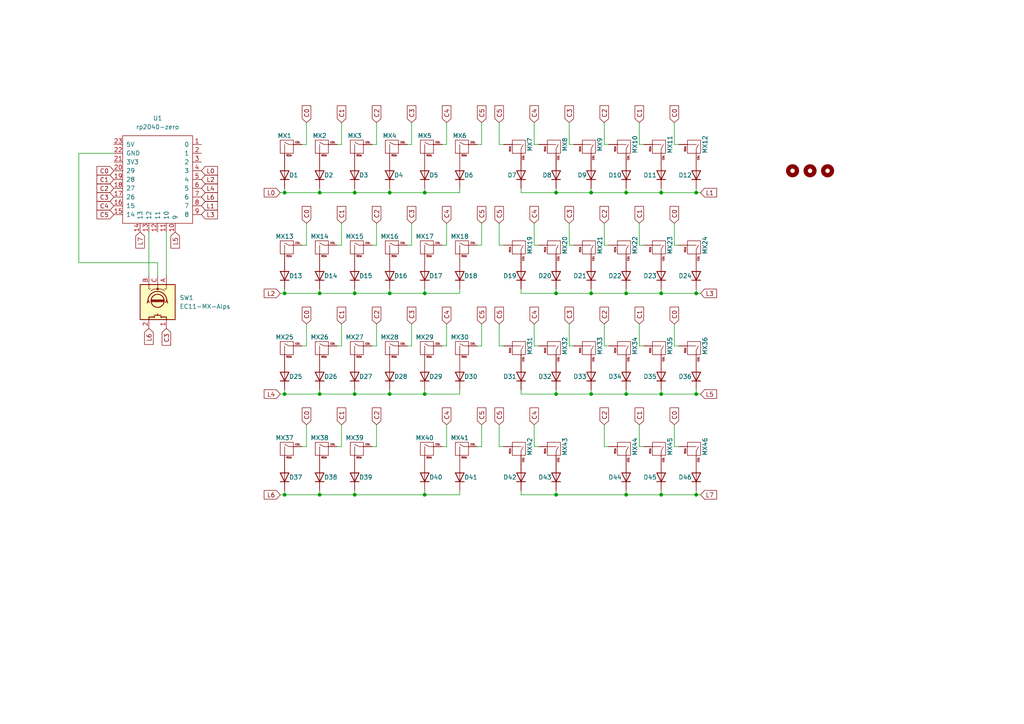
<source format=kicad_sch>
(kicad_sch (version 20230121) (generator eeschema)
  (paper "A4")
  (lib_symbols
    (symbol "Diode:1N4148" (pin_numbers hide) (pin_names hide)
      (property "Reference" "D" (at 0 2.54 0))
      (property "Value" "1N4148" (at 0 -2.54 0))
      (symbol "1N4148_1_1"
        (pin passive line (at -3.81 0 0) (length 2.54) (name "K") (number "1"))
        (pin passive line (at 3.81 0 180) (length 2.54) (name "A") (number "2"))
      )
    )
    (symbol "Mechanical:MountingHole" (pin_names (offset 1.016))
      (property "Reference" "H" (at 0 5.08 0))
      (property "Value" "MountingHole" (at 0 3.175 0))
    )
    (symbol "PCM_0xcb:MX" (pin_names (offset 1.016))
      (property "Reference" "MX" (at -0.635 1.905 0))
      (property "Value" "MX" (at 0.635 0.635 0))
      (symbol "MX_1_0"
        (text "COL" (at 2.54 0.635 0) (effects (font (size 0.508 0.508))))
      )
      (symbol "MX_1_1"
        (text "ROW" (at 0 -3.175 0) (effects (font (size 0.508 0.508))))
        (pin passive line (at 3.81 0 180) (length 2.54) (name "COL") (number "1"))
        (pin passive line (at -1.27 -5.08 90) (length 2.54) (name "ROW") (number "2"))
      )
    )
    (symbol "mcu:EC11-MX-Alps" (pin_names (offset 0.254) hide)
      (property "Reference" "SW" (at 0 6.604 0))
      (property "Value" "EC11-MX-Alps" (at 0 -6.604 0))
      (symbol "EC11-MX-Alps_1_1"
        (pin passive line (at 7.62 2.54 180) (length 2.54) (name "1") (number "1"))
        (pin passive line (at 7.62 -2.54 180) (length 2.54) (name "2") (number "2"))
        (pin passive line (at -7.62 2.54 0) (length 2.54) (name "A") (number "A"))
        (pin passive line (at -7.62 -2.54 0) (length 2.54) (name "B") (number "B"))
        (pin passive line (at -7.62 0 0) (length 2.54) (name "C") (number "C"))
      )
    )
    (symbol "mcu:rp2040-zero" (pin_names (offset 1.016))
      (property "Reference" "U" (at 0 15.24 0))
      (property "Value" "rp2040-zero" (at 0 12.7 0))
      (symbol "rp2040-zero_1_1"
        (pin bidirectional line (at 12.7 8.89 180) (length 2.54) (name "0") (number "1"))
        (pin bidirectional line (at 5.08 -16.51 90) (length 2.54) (name "9") (number "10"))
        (pin bidirectional line (at 2.54 -16.51 90) (length 2.54) (name "10") (number "11"))
        (pin bidirectional line (at 0 -16.51 90) (length 2.54) (name "11") (number "12"))
        (pin bidirectional line (at -2.54 -16.51 90) (length 2.54) (name "12") (number "13"))
        (pin bidirectional line (at -5.08 -16.51 90) (length 2.54) (name "13") (number "14"))
        (pin bidirectional line (at -12.7 -11.43 0) (length 2.54) (name "14") (number "15"))
        (pin bidirectional line (at -12.7 -8.89 0) (length 2.54) (name "15") (number "16"))
        (pin bidirectional line (at -12.7 -6.35 0) (length 2.54) (name "26") (number "17"))
        (pin bidirectional line (at -12.7 -3.81 0) (length 2.54) (name "27") (number "18"))
        (pin bidirectional line (at -12.7 -1.27 0) (length 2.54) (name "28") (number "19"))
        (pin bidirectional line (at 12.7 6.35 180) (length 2.54) (name "1") (number "2"))
        (pin bidirectional line (at -12.7 1.27 0) (length 2.54) (name "29") (number "20"))
        (pin power_out line (at -12.7 3.81 0) (length 2.54) (name "3V3") (number "21"))
        (pin power_out line (at -12.7 6.35 0) (length 2.54) (name "GND") (number "22"))
        (pin power_out line (at -12.7 8.89 0) (length 2.54) (name "5V") (number "23"))
        (pin bidirectional line (at 12.7 3.81 180) (length 2.54) (name "2") (number "3"))
        (pin bidirectional line (at 12.7 1.27 180) (length 2.54) (name "3") (number "4"))
        (pin bidirectional line (at 12.7 -1.27 180) (length 2.54) (name "4") (number "5"))
        (pin bidirectional line (at 12.7 -3.81 180) (length 2.54) (name "5") (number "6"))
        (pin bidirectional line (at 12.7 -6.35 180) (length 2.54) (name "6") (number "7"))
        (pin bidirectional line (at 12.7 -8.89 180) (length 2.54) (name "7") (number "8"))
        (pin bidirectional line (at 12.7 -11.43 180) (length 2.54) (name "8") (number "9"))
      )
    )
  )
  (junction (at 201.93 114.3))
  (junction (at 181.61 114.3))
  (junction (at 161.29 114.3))
  (junction (at 123.19 143.51))
  (junction (at 191.77 143.51))
  (junction (at 191.77 114.3))
  (junction (at 181.61 143.51))
  (junction (at 113.03 114.3))
  (junction (at 171.45 55.88))
  (junction (at 113.03 85.09))
  (junction (at 82.55 143.51))
  (junction (at 102.87 55.88))
  (junction (at 161.29 55.88))
  (junction (at 191.77 85.09))
  (junction (at 123.19 114.3))
  (junction (at 82.55 85.09))
  (junction (at 123.19 55.88))
  (junction (at 82.55 114.3))
  (junction (at 201.93 55.88))
  (junction (at 113.03 55.88))
  (junction (at 201.93 85.09))
  (junction (at 181.61 55.88))
  (junction (at 123.19 85.09))
  (junction (at 92.71 114.3))
  (junction (at 201.93 143.51))
  (junction (at 92.71 143.51))
  (junction (at 92.71 85.09))
  (junction (at 102.87 114.3))
  (junction (at 82.55 55.88))
  (junction (at 181.61 85.09))
  (junction (at 161.29 143.51))
  (junction (at 171.45 114.3))
  (junction (at 171.45 85.09))
  (junction (at 161.29 85.09))
  (junction (at 92.71 55.88))
  (junction (at 191.77 55.88))
  (junction (at 102.87 85.09))
  (junction (at 102.87 143.51))
  (wire (pts (xy 185.42 129.54) (xy 186.69 129.54)))
  (wire (pts (xy 123.19 55.88) (xy 133.35 55.88)))
  (wire (pts (xy 88.9 123.19) (xy 88.9 129.54)))
  (wire (pts (xy 82.55 114.3) (xy 82.55 113.03)))
  (wire (pts (xy 201.93 85.09) (xy 191.77 85.09)))
  (wire (pts (xy 99.06 71.12) (xy 97.79 71.12)))
  (wire (pts (xy 139.7 129.54) (xy 138.43 129.54)))
  (wire (pts (xy 175.26 71.12) (xy 176.53 71.12)))
  (wire (pts (xy 181.61 55.88) (xy 171.45 55.88)))
  (wire (pts (xy 43.18 67.31) (xy 43.18 80.01)))
  (wire (pts (xy 191.77 143.51) (xy 191.77 142.24)))
  (wire (pts (xy 81.28 114.3) (xy 82.55 114.3)))
  (wire (pts (xy 161.29 143.51) (xy 181.61 143.51)))
  (wire (pts (xy 119.38 35.56) (xy 119.38 41.91)))
  (wire (pts (xy 161.29 114.3) (xy 161.29 113.03)))
  (wire (pts (xy 139.7 71.12) (xy 138.43 71.12)))
  (wire (pts (xy 102.87 85.09) (xy 113.03 85.09)))
  (wire (pts (xy 175.26 123.19) (xy 175.26 129.54)))
  (wire (pts (xy 161.29 85.09) (xy 151.13 85.09)))
  (wire (pts (xy 92.71 85.09) (xy 102.87 85.09)))
  (wire (pts (xy 139.7 93.98) (xy 139.7 100.33)))
  (wire (pts (xy 123.19 143.51) (xy 133.35 143.51)))
  (wire (pts (xy 81.28 85.09) (xy 82.55 85.09)))
  (wire (pts (xy 171.45 114.3) (xy 171.45 113.03)))
  (wire (pts (xy 203.2 114.3) (xy 201.93 114.3)))
  (wire (pts (xy 203.2 143.51) (xy 201.93 143.51)))
  (wire (pts (xy 82.55 114.3) (xy 92.71 114.3)))
  (wire (pts (xy 191.77 85.09) (xy 181.61 85.09)))
  (wire (pts (xy 191.77 114.3) (xy 191.77 113.03)))
  (wire (pts (xy 102.87 114.3) (xy 102.87 113.03)))
  (wire (pts (xy 144.78 41.91) (xy 146.05 41.91)))
  (wire (pts (xy 185.42 123.19) (xy 185.42 129.54)))
  (wire (pts (xy 161.29 55.88) (xy 161.29 54.61)))
  (wire (pts (xy 88.9 71.12) (xy 87.63 71.12)))
  (wire (pts (xy 102.87 55.88) (xy 102.87 54.61)))
  (wire (pts (xy 109.22 100.33) (xy 107.95 100.33)))
  (wire (pts (xy 181.61 55.88) (xy 181.61 54.61)))
  (wire (pts (xy 92.71 85.09) (xy 92.71 83.82)))
  (wire (pts (xy 113.03 114.3) (xy 123.19 114.3)))
  (wire (pts (xy 133.35 55.88) (xy 133.35 54.61)))
  (wire (pts (xy 123.19 85.09) (xy 123.19 83.82)))
  (wire (pts (xy 129.54 93.98) (xy 129.54 100.33)))
  (wire (pts (xy 48.26 67.31) (xy 48.26 80.01)))
  (wire (pts (xy 119.38 100.33) (xy 118.11 100.33)))
  (wire (pts (xy 161.29 143.51) (xy 151.13 143.51)))
  (wire (pts (xy 161.29 85.09) (xy 161.29 83.82)))
  (wire (pts (xy 165.1 93.98) (xy 165.1 100.33)))
  (wire (pts (xy 133.35 143.51) (xy 133.35 142.24)))
  (wire (pts (xy 165.1 64.77) (xy 165.1 71.12)))
  (wire (pts (xy 191.77 55.88) (xy 181.61 55.88)))
  (wire (pts (xy 201.93 143.51) (xy 191.77 143.51)))
  (wire (pts (xy 45.72 80.01) (xy 45.72 76.2)))
  (wire (pts (xy 99.06 129.54) (xy 97.79 129.54)))
  (wire (pts (xy 195.58 71.12) (xy 196.85 71.12)))
  (wire (pts (xy 123.19 55.88) (xy 123.19 54.61)))
  (wire (pts (xy 99.06 93.98) (xy 99.06 100.33)))
  (wire (pts (xy 185.42 100.33) (xy 186.69 100.33)))
  (wire (pts (xy 113.03 55.88) (xy 123.19 55.88)))
  (wire (pts (xy 195.58 64.77) (xy 195.58 71.12)))
  (wire (pts (xy 109.22 41.91) (xy 107.95 41.91)))
  (wire (pts (xy 82.55 143.51) (xy 92.71 143.51)))
  (wire (pts (xy 92.71 143.51) (xy 92.71 142.24)))
  (wire (pts (xy 113.03 114.3) (xy 113.03 113.03)))
  (wire (pts (xy 88.9 64.77) (xy 88.9 71.12)))
  (wire (pts (xy 201.93 143.51) (xy 201.93 142.24)))
  (wire (pts (xy 171.45 85.09) (xy 161.29 85.09)))
  (wire (pts (xy 82.55 55.88) (xy 92.71 55.88)))
  (wire (pts (xy 154.94 129.54) (xy 156.21 129.54)))
  (wire (pts (xy 165.1 35.56) (xy 165.1 41.91)))
  (wire (pts (xy 144.78 123.19) (xy 144.78 129.54)))
  (wire (pts (xy 154.94 64.77) (xy 154.94 71.12)))
  (wire (pts (xy 113.03 85.09) (xy 113.03 83.82)))
  (wire (pts (xy 139.7 100.33) (xy 138.43 100.33)))
  (wire (pts (xy 92.71 55.88) (xy 92.71 54.61)))
  (wire (pts (xy 195.58 100.33) (xy 196.85 100.33)))
  (wire (pts (xy 99.06 35.56) (xy 99.06 41.91)))
  (wire (pts (xy 175.26 41.91) (xy 176.53 41.91)))
  (wire (pts (xy 129.54 41.91) (xy 128.27 41.91)))
  (wire (pts (xy 181.61 85.09) (xy 171.45 85.09)))
  (wire (pts (xy 195.58 93.98) (xy 195.58 100.33)))
  (wire (pts (xy 109.22 64.77) (xy 109.22 71.12)))
  (wire (pts (xy 185.42 71.12) (xy 186.69 71.12)))
  (wire (pts (xy 99.06 123.19) (xy 99.06 129.54)))
  (wire (pts (xy 161.29 143.51) (xy 161.29 142.24)))
  (wire (pts (xy 119.38 93.98) (xy 119.38 100.33)))
  (wire (pts (xy 185.42 64.77) (xy 185.42 71.12)))
  (wire (pts (xy 133.35 85.09) (xy 133.35 83.82)))
  (wire (pts (xy 175.26 64.77) (xy 175.26 71.12)))
  (wire (pts (xy 109.22 35.56) (xy 109.22 41.91)))
  (wire (pts (xy 151.13 85.09) (xy 151.13 83.82)))
  (wire (pts (xy 119.38 64.77) (xy 119.38 71.12)))
  (wire (pts (xy 151.13 114.3) (xy 151.13 113.03)))
  (wire (pts (xy 123.19 85.09) (xy 133.35 85.09)))
  (wire (pts (xy 99.06 64.77) (xy 99.06 71.12)))
  (wire (pts (xy 165.1 100.33) (xy 166.37 100.33)))
  (wire (pts (xy 181.61 114.3) (xy 171.45 114.3)))
  (wire (pts (xy 88.9 129.54) (xy 87.63 129.54)))
  (wire (pts (xy 22.86 76.2) (xy 22.86 44.45)))
  (wire (pts (xy 123.19 143.51) (xy 123.19 142.24)))
  (wire (pts (xy 139.7 64.77) (xy 139.7 71.12)))
  (wire (pts (xy 102.87 143.51) (xy 102.87 142.24)))
  (wire (pts (xy 92.71 143.51) (xy 102.87 143.51)))
  (wire (pts (xy 181.61 143.51) (xy 181.61 142.24)))
  (wire (pts (xy 165.1 71.12) (xy 166.37 71.12)))
  (wire (pts (xy 102.87 85.09) (xy 102.87 83.82)))
  (wire (pts (xy 175.26 93.98) (xy 175.26 100.33)))
  (wire (pts (xy 195.58 41.91) (xy 196.85 41.91)))
  (wire (pts (xy 45.72 76.2) (xy 22.86 76.2)))
  (wire (pts (xy 109.22 123.19) (xy 109.22 129.54)))
  (wire (pts (xy 201.93 85.09) (xy 201.93 83.82)))
  (wire (pts (xy 161.29 114.3) (xy 151.13 114.3)))
  (wire (pts (xy 154.94 41.91) (xy 156.21 41.91)))
  (wire (pts (xy 175.26 100.33) (xy 176.53 100.33)))
  (wire (pts (xy 161.29 55.88) (xy 151.13 55.88)))
  (wire (pts (xy 195.58 35.56) (xy 195.58 41.91)))
  (wire (pts (xy 144.78 93.98) (xy 144.78 100.33)))
  (wire (pts (xy 175.26 35.56) (xy 175.26 41.91)))
  (wire (pts (xy 154.94 100.33) (xy 156.21 100.33)))
  (wire (pts (xy 165.1 41.91) (xy 166.37 41.91)))
  (wire (pts (xy 191.77 55.88) (xy 191.77 54.61)))
  (wire (pts (xy 185.42 93.98) (xy 185.42 100.33)))
  (wire (pts (xy 82.55 85.09) (xy 92.71 85.09)))
  (wire (pts (xy 81.28 143.51) (xy 82.55 143.51)))
  (wire (pts (xy 154.94 71.12) (xy 156.21 71.12)))
  (wire (pts (xy 22.86 44.45) (xy 33.02 44.45)))
  (wire (pts (xy 88.9 100.33) (xy 87.63 100.33)))
  (wire (pts (xy 92.71 114.3) (xy 102.87 114.3)))
  (wire (pts (xy 181.61 85.09) (xy 181.61 83.82)))
  (wire (pts (xy 92.71 114.3) (xy 92.71 113.03)))
  (wire (pts (xy 139.7 35.56) (xy 139.7 41.91)))
  (wire (pts (xy 144.78 100.33) (xy 146.05 100.33)))
  (wire (pts (xy 123.19 114.3) (xy 133.35 114.3)))
  (wire (pts (xy 139.7 41.91) (xy 138.43 41.91)))
  (wire (pts (xy 175.26 129.54) (xy 176.53 129.54)))
  (wire (pts (xy 92.71 55.88) (xy 102.87 55.88)))
  (wire (pts (xy 102.87 143.51) (xy 123.19 143.51)))
  (wire (pts (xy 88.9 93.98) (xy 88.9 100.33)))
  (wire (pts (xy 129.54 71.12) (xy 128.27 71.12)))
  (wire (pts (xy 201.93 55.88) (xy 191.77 55.88)))
  (wire (pts (xy 203.2 85.09) (xy 201.93 85.09)))
  (wire (pts (xy 88.9 35.56) (xy 88.9 41.91)))
  (wire (pts (xy 139.7 123.19) (xy 139.7 129.54)))
  (wire (pts (xy 191.77 114.3) (xy 181.61 114.3)))
  (wire (pts (xy 129.54 35.56) (xy 129.54 41.91)))
  (wire (pts (xy 144.78 129.54) (xy 146.05 129.54)))
  (wire (pts (xy 119.38 41.91) (xy 118.11 41.91)))
  (wire (pts (xy 151.13 143.51) (xy 151.13 142.24)))
  (wire (pts (xy 82.55 143.51) (xy 82.55 142.24)))
  (wire (pts (xy 203.2 55.88) (xy 201.93 55.88)))
  (wire (pts (xy 99.06 100.33) (xy 97.79 100.33)))
  (wire (pts (xy 109.22 71.12) (xy 107.95 71.12)))
  (wire (pts (xy 151.13 55.88) (xy 151.13 54.61)))
  (wire (pts (xy 99.06 41.91) (xy 97.79 41.91)))
  (wire (pts (xy 201.93 55.88) (xy 201.93 54.61)))
  (wire (pts (xy 195.58 129.54) (xy 196.85 129.54)))
  (wire (pts (xy 82.55 55.88) (xy 82.55 54.61)))
  (wire (pts (xy 185.42 35.56) (xy 185.42 41.91)))
  (wire (pts (xy 113.03 55.88) (xy 113.03 54.61)))
  (wire (pts (xy 201.93 114.3) (xy 201.93 113.03)))
  (wire (pts (xy 129.54 129.54) (xy 128.27 129.54)))
  (wire (pts (xy 154.94 93.98) (xy 154.94 100.33)))
  (wire (pts (xy 129.54 123.19) (xy 129.54 129.54)))
  (wire (pts (xy 144.78 35.56) (xy 144.78 41.91)))
  (wire (pts (xy 195.58 123.19) (xy 195.58 129.54)))
  (wire (pts (xy 88.9 41.91) (xy 87.63 41.91)))
  (wire (pts (xy 171.45 55.88) (xy 171.45 54.61)))
  (wire (pts (xy 181.61 114.3) (xy 181.61 113.03)))
  (wire (pts (xy 144.78 64.77) (xy 144.78 71.12)))
  (wire (pts (xy 102.87 55.88) (xy 113.03 55.88)))
  (wire (pts (xy 82.55 85.09) (xy 82.55 83.82)))
  (wire (pts (xy 81.28 55.88) (xy 82.55 55.88)))
  (wire (pts (xy 191.77 85.09) (xy 191.77 83.82)))
  (wire (pts (xy 102.87 114.3) (xy 113.03 114.3)))
  (wire (pts (xy 129.54 100.33) (xy 128.27 100.33)))
  (wire (pts (xy 185.42 41.91) (xy 186.69 41.91)))
  (wire (pts (xy 109.22 129.54) (xy 107.95 129.54)))
  (wire (pts (xy 123.19 114.3) (xy 123.19 113.03)))
  (wire (pts (xy 133.35 114.3) (xy 133.35 113.03)))
  (wire (pts (xy 171.45 114.3) (xy 161.29 114.3)))
  (wire (pts (xy 201.93 114.3) (xy 191.77 114.3)))
  (wire (pts (xy 144.78 71.12) (xy 146.05 71.12)))
  (wire (pts (xy 109.22 93.98) (xy 109.22 100.33)))
  (wire (pts (xy 129.54 64.77) (xy 129.54 71.12)))
  (wire (pts (xy 113.03 85.09) (xy 123.19 85.09)))
  (wire (pts (xy 171.45 85.09) (xy 171.45 83.82)))
  (wire (pts (xy 119.38 71.12) (xy 118.11 71.12)))
  (wire (pts (xy 154.94 123.19) (xy 154.94 129.54)))
  (wire (pts (xy 171.45 55.88) (xy 161.29 55.88)))
  (wire (pts (xy 154.94 35.56) (xy 154.94 41.91)))
  (wire (pts (xy 191.77 143.51) (xy 181.61 143.51)))
  (global_label "C2" (shape input) (at 175.26 93.98 90) (property "Intersheetrefs" "${INTERSHEET_REFS}" (effects hide)))
  (global_label "C0" (shape input) (at 88.9 123.19 90) (property "Intersheetrefs" "${INTERSHEET_REFS}" (effects hide)))
  (global_label "C4" (shape input) (at 154.94 123.19 90) (property "Intersheetrefs" "${INTERSHEET_REFS}" (effects hide)))
  (global_label "L3" (shape input) (at 203.2 85.09 0) (property "Intersheetrefs" "${INTERSHEET_REFS}" (effects hide)))
  (global_label "C3" (shape input) (at 165.1 93.98 90) (property "Intersheetrefs" "${INTERSHEET_REFS}" (effects hide)))
  (global_label "L6" (shape input) (at 43.18 95.25 270) (property "Intersheetrefs" "${INTERSHEET_REFS}" (effects hide)))
  (global_label "C4" (shape input) (at 129.54 123.19 90) (property "Intersheetrefs" "${INTERSHEET_REFS}" (effects hide)))
  (global_label "L0" (shape input) (at 58.42 49.53 0) (property "Intersheetrefs" "${INTERSHEET_REFS}" (effects hide)))
  (global_label "C1" (shape input) (at 99.06 123.19 90) (property "Intersheetrefs" "${INTERSHEET_REFS}" (effects hide)))
  (global_label "L3" (shape input) (at 58.42 62.23 0) (property "Intersheetrefs" "${INTERSHEET_REFS}" (effects hide)))
  (global_label "L7" (shape input) (at 203.2 143.51 0) (property "Intersheetrefs" "${INTERSHEET_REFS}" (effects hide)))
  (global_label "C3" (shape input) (at 119.38 64.77 90) (property "Intersheetrefs" "${INTERSHEET_REFS}" (effects hide)))
  (global_label "C4" (shape input) (at 154.94 35.56 90) (property "Intersheetrefs" "${INTERSHEET_REFS}" (effects hide)))
  (global_label "C0" (shape input) (at 88.9 93.98 90) (property "Intersheetrefs" "${INTERSHEET_REFS}" (effects hide)))
  (global_label "L0" (shape input) (at 81.28 55.88 180) (property "Intersheetrefs" "${INTERSHEET_REFS}" (effects hide)))
  (global_label "C5" (shape input) (at 139.7 64.77 90) (property "Intersheetrefs" "${INTERSHEET_REFS}" (effects hide)))
  (global_label "L2" (shape input) (at 81.28 85.09 180) (property "Intersheetrefs" "${INTERSHEET_REFS}" (effects hide)))
  (global_label "L4" (shape input) (at 58.42 54.61 0) (property "Intersheetrefs" "${INTERSHEET_REFS}" (effects hide)))
  (global_label "C5" (shape input) (at 33.02 62.23 180) (property "Intersheetrefs" "${INTERSHEET_REFS}" (effects hide)))
  (global_label "C0" (shape input) (at 195.58 64.77 90) (property "Intersheetrefs" "${INTERSHEET_REFS}" (effects hide)))
  (global_label "L5" (shape input) (at 203.2 114.3 0) (property "Intersheetrefs" "${INTERSHEET_REFS}" (effects hide)))
  (global_label "C5" (shape input) (at 144.78 123.19 90) (property "Intersheetrefs" "${INTERSHEET_REFS}" (effects hide)))
  (global_label "C4" (shape input) (at 129.54 64.77 90) (property "Intersheetrefs" "${INTERSHEET_REFS}" (effects hide)))
  (global_label "L5" (shape input) (at 50.8 67.31 270) (property "Intersheetrefs" "${INTERSHEET_REFS}" (effects hide)))
  (global_label "C1" (shape input) (at 185.42 64.77 90) (property "Intersheetrefs" "${INTERSHEET_REFS}" (effects hide)))
  (global_label "L2" (shape input) (at 58.42 52.07 0) (property "Intersheetrefs" "${INTERSHEET_REFS}" (effects hide)))
  (global_label "C3" (shape input) (at 119.38 35.56 90) (property "Intersheetrefs" "${INTERSHEET_REFS}" (effects hide)))
  (global_label "L7" (shape input) (at 40.64 67.31 270) (property "Intersheetrefs" "${INTERSHEET_REFS}" (effects hide)))
  (global_label "C2" (shape input) (at 109.22 35.56 90) (property "Intersheetrefs" "${INTERSHEET_REFS}" (effects hide)))
  (global_label "L1" (shape input) (at 58.42 59.69 0) (property "Intersheetrefs" "${INTERSHEET_REFS}" (effects hide)))
  (global_label "C1" (shape input) (at 33.02 52.07 180) (property "Intersheetrefs" "${INTERSHEET_REFS}" (effects hide)))
  (global_label "L6" (shape input) (at 81.28 143.51 180) (property "Intersheetrefs" "${INTERSHEET_REFS}" (effects hide)))
  (global_label "C1" (shape input) (at 185.42 93.98 90) (property "Intersheetrefs" "${INTERSHEET_REFS}" (effects hide)))
  (global_label "C3" (shape input) (at 33.02 57.15 180) (property "Intersheetrefs" "${INTERSHEET_REFS}" (effects hide)))
  (global_label "C0" (shape input) (at 195.58 123.19 90) (property "Intersheetrefs" "${INTERSHEET_REFS}" (effects hide)))
  (global_label "C4" (shape input) (at 154.94 64.77 90) (property "Intersheetrefs" "${INTERSHEET_REFS}" (effects hide)))
  (global_label "C4" (shape input) (at 154.94 93.98 90) (property "Intersheetrefs" "${INTERSHEET_REFS}" (effects hide)))
  (global_label "C1" (shape input) (at 185.42 35.56 90) (property "Intersheetrefs" "${INTERSHEET_REFS}" (effects hide)))
  (global_label "C5" (shape input) (at 144.78 93.98 90) (property "Intersheetrefs" "${INTERSHEET_REFS}" (effects hide)))
  (global_label "L4" (shape input) (at 81.28 114.3 180) (property "Intersheetrefs" "${INTERSHEET_REFS}" (effects hide)))
  (global_label "C2" (shape input) (at 175.26 64.77 90) (property "Intersheetrefs" "${INTERSHEET_REFS}" (effects hide)))
  (global_label "C0" (shape input) (at 88.9 35.56 90) (property "Intersheetrefs" "${INTERSHEET_REFS}" (effects hide)))
  (global_label "C2" (shape input) (at 175.26 35.56 90) (property "Intersheetrefs" "${INTERSHEET_REFS}" (effects hide)))
  (global_label "C0" (shape input) (at 195.58 35.56 90) (property "Intersheetrefs" "${INTERSHEET_REFS}" (effects hide)))
  (global_label "C2" (shape input) (at 33.02 54.61 180) (property "Intersheetrefs" "${INTERSHEET_REFS}" (effects hide)))
  (global_label "C2" (shape input) (at 109.22 93.98 90) (property "Intersheetrefs" "${INTERSHEET_REFS}" (effects hide)))
  (global_label "C3" (shape input) (at 165.1 35.56 90) (property "Intersheetrefs" "${INTERSHEET_REFS}" (effects hide)))
  (global_label "C2" (shape input) (at 175.26 123.19 90) (property "Intersheetrefs" "${INTERSHEET_REFS}" (effects hide)))
  (global_label "C5" (shape input) (at 139.7 123.19 90) (property "Intersheetrefs" "${INTERSHEET_REFS}" (effects hide)))
  (global_label "C4" (shape input) (at 33.02 59.69 180) (property "Intersheetrefs" "${INTERSHEET_REFS}" (effects hide)))
  (global_label "C3" (shape input) (at 119.38 93.98 90) (property "Intersheetrefs" "${INTERSHEET_REFS}" (effects hide)))
  (global_label "C1" (shape input) (at 99.06 64.77 90) (property "Intersheetrefs" "${INTERSHEET_REFS}" (effects hide)))
  (global_label "C4" (shape input) (at 129.54 93.98 90) (property "Intersheetrefs" "${INTERSHEET_REFS}" (effects hide)))
  (global_label "C2" (shape input) (at 109.22 123.19 90) (property "Intersheetrefs" "${INTERSHEET_REFS}" (effects hide)))
  (global_label "C0" (shape input) (at 88.9 64.77 90) (property "Intersheetrefs" "${INTERSHEET_REFS}" (effects hide)))
  (global_label "C0" (shape input) (at 195.58 93.98 90) (property "Intersheetrefs" "${INTERSHEET_REFS}" (effects hide)))
  (global_label "L1" (shape input) (at 203.2 55.88 0) (property "Intersheetrefs" "${INTERSHEET_REFS}" (effects hide)))
  (global_label "C5" (shape input) (at 144.78 35.56 90) (property "Intersheetrefs" "${INTERSHEET_REFS}" (effects hide)))
  (global_label "C5" (shape input) (at 139.7 93.98 90) (property "Intersheetrefs" "${INTERSHEET_REFS}" (effects hide)))
  (global_label "C5" (shape input) (at 139.7 35.56 90) (property "Intersheetrefs" "${INTERSHEET_REFS}" (effects hide)))
  (global_label "C5" (shape input) (at 144.78 64.77 90) (property "Intersheetrefs" "${INTERSHEET_REFS}" (effects hide)))
  (global_label "C1" (shape input) (at 99.06 35.56 90) (property "Intersheetrefs" "${INTERSHEET_REFS}" (effects hide)))
  (global_label "C3" (shape input) (at 165.1 64.77 90) (property "Intersheetrefs" "${INTERSHEET_REFS}" (effects hide)))
  (global_label "C2" (shape input) (at 109.22 64.77 90) (property "Intersheetrefs" "${INTERSHEET_REFS}" (effects hide)))
  (global_label "L6" (shape input) (at 58.42 57.15 0) (property "Intersheetrefs" "${INTERSHEET_REFS}" (effects hide)))
  (global_label "C3" (shape input) (at 48.26 95.25 270) (property "Intersheetrefs" "${INTERSHEET_REFS}" (effects hide)))
  (global_label "C1" (shape input) (at 99.06 93.98 90) (property "Intersheetrefs" "${INTERSHEET_REFS}" (effects hide)))
  (global_label "C4" (shape input) (at 129.54 35.56 90) (property "Intersheetrefs" "${INTERSHEET_REFS}" (effects hide)))
  (global_label "C0" (shape input) (at 33.02 49.53 180) (property "Intersheetrefs" "${INTERSHEET_REFS}" (effects hide)))
  (global_label "C1" (shape input) (at 185.42 123.19 90) (property "Intersheetrefs" "${INTERSHEET_REFS}" (effects hide)))
  (symbol (lib_id "Diode:1N4148") (at 151.13 138.43 270) (mirror x) (unit 1)
    (property "Reference" "D42" (at 149.86 138.43 90) (effects (justify right)))
    (property "Value" "1N4148" (effects hide))
    (property "Footprint" "Diode_THT:D_DO-35_SOD27_P7.62mm_Horizontal" (effects hide))
    (property "Datasheet" "https://assets.nexperia.com/documents/data-sheet/1N4148_1N4448.pdf" (effects hide))
    (property "Sim.Device" "D" (effects hide))
    (property "Sim.Pins" "1=K 2=A" (effects hide))
  )
  (symbol (lib_id "PCM_0xcb:MX") (at 83.82 71.12 0) (unit 1)
    (property "Reference" "MX13" (at 82.55 68.58 0))
    (property "Value" "MX" (effects hide))
    (property "Footprint" "lib:SW_MX_reversible" (effects hide))
  )
  (symbol (lib_id "PCM_0xcb:MX") (at 114.3 41.91 0) (unit 1)
    (property "Reference" "MX4" (at 113.03 39.37 0))
    (property "Value" "MX" (effects hide))
    (property "Footprint" "lib:SW_MX_reversible" (effects hide))
  )
  (symbol (lib_id "Diode:1N4148") (at 92.71 138.43 90) (unit 1)
    (property "Reference" "D38" (at 93.98 138.43 90) (effects (justify right)))
    (property "Value" "1N4148" (effects hide))
    (property "Footprint" "Diode_THT:D_DO-35_SOD27_P7.62mm_Horizontal" (effects hide))
    (property "Datasheet" "https://assets.nexperia.com/documents/data-sheet/1N4148_1N4448.pdf" (effects hide))
    (property "Sim.Device" "D" (effects hide))
    (property "Sim.Pins" "1=K 2=A" (effects hide))
  )
  (symbol (lib_id "Diode:1N4148") (at 123.19 80.01 90) (unit 1)
    (property "Reference" "D17" (at 124.46 80.01 90) (effects (justify right)))
    (property "Value" "1N4148" (effects hide))
    (property "Footprint" "Diode_THT:D_DO-35_SOD27_P7.62mm_Horizontal" (effects hide))
    (property "Datasheet" "https://assets.nexperia.com/documents/data-sheet/1N4148_1N4448.pdf" (effects hide))
    (property "Sim.Device" "D" (effects hide))
    (property "Sim.Pins" "1=K 2=A" (effects hide))
  )
  (symbol (lib_id "Diode:1N4148") (at 151.13 50.8 270) (mirror x) (unit 1)
    (property "Reference" "D7" (at 149.86 50.8 90) (effects (justify right)))
    (property "Value" "1N4148" (effects hide))
    (property "Footprint" "Diode_THT:D_DO-35_SOD27_P7.62mm_Horizontal" (effects hide))
    (property "Datasheet" "https://assets.nexperia.com/documents/data-sheet/1N4148_1N4448.pdf" (effects hide))
    (property "Sim.Device" "D" (effects hide))
    (property "Sim.Pins" "1=K 2=A" (effects hide))
  )
  (symbol (lib_id "Diode:1N4148") (at 181.61 50.8 270) (mirror x) (unit 1)
    (property "Reference" "D10" (at 180.34 50.8 90) (effects (justify right)))
    (property "Value" "1N4148" (effects hide))
    (property "Footprint" "Diode_THT:D_DO-35_SOD27_P7.62mm_Horizontal" (effects hide))
    (property "Datasheet" "https://assets.nexperia.com/documents/data-sheet/1N4148_1N4448.pdf" (effects hide))
    (property "Sim.Device" "D" (effects hide))
    (property "Sim.Pins" "1=K 2=A" (effects hide))
  )
  (symbol (lib_id "Diode:1N4148") (at 181.61 80.01 270) (mirror x) (unit 1)
    (property "Reference" "D22" (at 180.34 80.01 90) (effects (justify right)))
    (property "Value" "1N4148" (effects hide))
    (property "Footprint" "Diode_THT:D_DO-35_SOD27_P7.62mm_Horizontal" (effects hide))
    (property "Datasheet" "https://assets.nexperia.com/documents/data-sheet/1N4148_1N4448.pdf" (effects hide))
    (property "Sim.Device" "D" (effects hide))
    (property "Sim.Pins" "1=K 2=A" (effects hide))
  )
  (symbol (lib_id "PCM_0xcb:MX") (at 83.82 41.91 0) (unit 1)
    (property "Reference" "MX1" (at 82.55 39.37 0))
    (property "Value" "MX" (effects hide))
    (property "Footprint" "lib:SW_MX_reversible" (effects hide))
  )
  (symbol (lib_id "PCM_0xcb:MX") (at 151.13 130.81 270) (unit 1)
    (property "Reference" "MX42" (at 153.67 129.54 0))
    (property "Value" "MX" (effects hide))
    (property "Footprint" "lib:SW_MX_reversible" (effects hide))
  )
  (symbol (lib_id "PCM_0xcb:MX") (at 181.61 101.6 270) (unit 1)
    (property "Reference" "MX34" (at 184.15 100.33 0))
    (property "Value" "MX" (effects hide))
    (property "Footprint" "lib:SW_MX_reversible" (effects hide))
  )
  (symbol (lib_id "PCM_0xcb:MX") (at 181.61 130.81 270) (unit 1)
    (property "Reference" "MX44" (at 184.15 129.54 0))
    (property "Value" "MX" (effects hide))
    (property "Footprint" "lib:SW_MX_reversible" (effects hide))
  )
  (symbol (lib_id "PCM_0xcb:MX") (at 104.14 41.91 0) (unit 1)
    (property "Reference" "MX3" (at 102.87 39.37 0))
    (property "Value" "MX" (effects hide))
    (property "Footprint" "lib:SW_MX_reversible" (effects hide))
  )
  (symbol (lib_id "PCM_0xcb:MX") (at 134.62 41.91 0) (unit 1)
    (property "Reference" "MX6" (at 133.35 39.37 0))
    (property "Value" "MX" (effects hide))
    (property "Footprint" "lib:SW_MX_reversible" (effects hide))
  )
  (symbol (lib_id "PCM_0xcb:MX") (at 114.3 100.33 0) (unit 1)
    (property "Reference" "MX28" (at 113.03 97.79 0))
    (property "Value" "MX" (effects hide))
    (property "Footprint" "lib:SW_MX_reversible" (effects hide))
  )
  (symbol (lib_id "PCM_0xcb:MX") (at 161.29 101.6 270) (unit 1)
    (property "Reference" "MX32" (at 163.83 100.33 0))
    (property "Value" "MX" (effects hide))
    (property "Footprint" "lib:SW_MX_reversible" (effects hide))
  )
  (symbol (lib_id "PCM_0xcb:MX") (at 83.82 129.54 0) (unit 1)
    (property "Reference" "MX37" (at 82.55 127 0))
    (property "Value" "MX" (effects hide))
    (property "Footprint" "lib:SW_MX_reversible" (effects hide))
  )
  (symbol (lib_id "Diode:1N4148") (at 191.77 109.22 270) (mirror x) (unit 1)
    (property "Reference" "D35" (at 190.5 109.22 90) (effects (justify right)))
    (property "Value" "1N4148" (effects hide))
    (property "Footprint" "Diode_THT:D_DO-35_SOD27_P7.62mm_Horizontal" (effects hide))
    (property "Datasheet" "https://assets.nexperia.com/documents/data-sheet/1N4148_1N4448.pdf" (effects hide))
    (property "Sim.Device" "D" (effects hide))
    (property "Sim.Pins" "1=K 2=A" (effects hide))
  )
  (symbol (lib_id "Diode:1N4148") (at 102.87 109.22 90) (unit 1)
    (property "Reference" "D27" (at 104.14 109.22 90) (effects (justify right)))
    (property "Value" "1N4148" (effects hide))
    (property "Footprint" "Diode_THT:D_DO-35_SOD27_P7.62mm_Horizontal" (effects hide))
    (property "Datasheet" "https://assets.nexperia.com/documents/data-sheet/1N4148_1N4448.pdf" (effects hide))
    (property "Sim.Device" "D" (effects hide))
    (property "Sim.Pins" "1=K 2=A" (effects hide))
  )
  (symbol (lib_id "PCM_0xcb:MX") (at 201.93 72.39 270) (unit 1)
    (property "Reference" "MX24" (at 204.47 71.12 0))
    (property "Value" "MX" (effects hide))
    (property "Footprint" "lib:SW_MX_reversible" (effects hide))
  )
  (symbol (lib_id "Diode:1N4148") (at 171.45 50.8 270) (mirror x) (unit 1)
    (property "Reference" "D9" (at 170.18 50.8 90) (effects (justify right)))
    (property "Value" "1N4148" (effects hide))
    (property "Footprint" "Diode_THT:D_DO-35_SOD27_P7.62mm_Horizontal" (effects hide))
    (property "Datasheet" "https://assets.nexperia.com/documents/data-sheet/1N4148_1N4448.pdf" (effects hide))
    (property "Sim.Device" "D" (effects hide))
    (property "Sim.Pins" "1=K 2=A" (effects hide))
  )
  (symbol (lib_id "PCM_0xcb:MX") (at 191.77 130.81 270) (unit 1)
    (property "Reference" "MX45" (at 194.31 129.54 0))
    (property "Value" "MX" (effects hide))
    (property "Footprint" "lib:SW_MX_reversible" (effects hide))
  )
  (symbol (lib_id "PCM_0xcb:MX") (at 93.98 100.33 0) (unit 1)
    (property "Reference" "MX26" (at 92.71 97.79 0))
    (property "Value" "MX" (effects hide))
    (property "Footprint" "lib:SW_MX_reversible" (effects hide))
  )
  (symbol (lib_id "PCM_0xcb:MX") (at 134.62 100.33 0) (unit 1)
    (property "Reference" "MX30" (at 133.35 97.79 0))
    (property "Value" "MX" (effects hide))
    (property "Footprint" "lib:SW_MX_reversible" (effects hide))
  )
  (symbol (lib_id "Diode:1N4148") (at 161.29 138.43 270) (mirror x) (unit 1)
    (property "Reference" "D43" (at 160.02 138.43 90) (effects (justify right)))
    (property "Value" "1N4148" (effects hide))
    (property "Footprint" "Diode_THT:D_DO-35_SOD27_P7.62mm_Horizontal" (effects hide))
    (property "Datasheet" "https://assets.nexperia.com/documents/data-sheet/1N4148_1N4448.pdf" (effects hide))
    (property "Sim.Device" "D" (effects hide))
    (property "Sim.Pins" "1=K 2=A" (effects hide))
  )
  (symbol (lib_id "Diode:1N4148") (at 201.93 80.01 270) (mirror x) (unit 1)
    (property "Reference" "D24" (at 200.66 80.01 90) (effects (justify right)))
    (property "Value" "1N4148" (effects hide))
    (property "Footprint" "Diode_THT:D_DO-35_SOD27_P7.62mm_Horizontal" (effects hide))
    (property "Datasheet" "https://assets.nexperia.com/documents/data-sheet/1N4148_1N4448.pdf" (effects hide))
    (property "Sim.Device" "D" (effects hide))
    (property "Sim.Pins" "1=K 2=A" (effects hide))
  )
  (symbol (lib_id "Diode:1N4148") (at 191.77 50.8 270) (mirror x) (unit 1)
    (property "Reference" "D11" (at 190.5 50.8 90) (effects (justify right)))
    (property "Value" "1N4148" (effects hide))
    (property "Footprint" "Diode_THT:D_DO-35_SOD27_P7.62mm_Horizontal" (effects hide))
    (property "Datasheet" "https://assets.nexperia.com/documents/data-sheet/1N4148_1N4448.pdf" (effects hide))
    (property "Sim.Device" "D" (effects hide))
    (property "Sim.Pins" "1=K 2=A" (effects hide))
  )
  (symbol (lib_id "Diode:1N4148") (at 181.61 138.43 270) (mirror x) (unit 1)
    (property "Reference" "D44" (at 180.34 138.43 90) (effects (justify right)))
    (property "Value" "1N4148" (effects hide))
    (property "Footprint" "Diode_THT:D_DO-35_SOD27_P7.62mm_Horizontal" (effects hide))
    (property "Datasheet" "https://assets.nexperia.com/documents/data-sheet/1N4148_1N4448.pdf" (effects hide))
    (property "Sim.Device" "D" (effects hide))
    (property "Sim.Pins" "1=K 2=A" (effects hide))
  )
  (symbol (lib_id "Diode:1N4148") (at 92.71 80.01 90) (unit 1)
    (property "Reference" "D14" (at 93.98 80.01 90) (effects (justify right)))
    (property "Value" "1N4148" (effects hide))
    (property "Footprint" "Diode_THT:D_DO-35_SOD27_P7.62mm_Horizontal" (effects hide))
    (property "Datasheet" "https://assets.nexperia.com/documents/data-sheet/1N4148_1N4448.pdf" (effects hide))
    (property "Sim.Device" "D" (effects hide))
    (property "Sim.Pins" "1=K 2=A" (effects hide))
  )
  (symbol (lib_id "Diode:1N4148") (at 102.87 50.8 90) (unit 1)
    (property "Reference" "D3" (at 104.14 50.8 90) (effects (justify right)))
    (property "Value" "1N4148" (effects hide))
    (property "Footprint" "Diode_THT:D_DO-35_SOD27_P7.62mm_Horizontal" (effects hide))
    (property "Datasheet" "https://assets.nexperia.com/documents/data-sheet/1N4148_1N4448.pdf" (effects hide))
    (property "Sim.Device" "D" (effects hide))
    (property "Sim.Pins" "1=K 2=A" (effects hide))
  )
  (symbol (lib_id "Diode:1N4148") (at 123.19 50.8 90) (unit 1)
    (property "Reference" "D5" (at 124.46 50.8 90) (effects (justify right)))
    (property "Value" "1N4148" (effects hide))
    (property "Footprint" "Diode_THT:D_DO-35_SOD27_P7.62mm_Horizontal" (effects hide))
    (property "Datasheet" "https://assets.nexperia.com/documents/data-sheet/1N4148_1N4448.pdf" (effects hide))
    (property "Sim.Device" "D" (effects hide))
    (property "Sim.Pins" "1=K 2=A" (effects hide))
  )
  (symbol (lib_id "Diode:1N4148") (at 92.71 50.8 90) (unit 1)
    (property "Reference" "D2" (at 93.98 50.8 90) (effects (justify right)))
    (property "Value" "1N4148" (effects hide))
    (property "Footprint" "Diode_THT:D_DO-35_SOD27_P7.62mm_Horizontal" (effects hide))
    (property "Datasheet" "https://assets.nexperia.com/documents/data-sheet/1N4148_1N4448.pdf" (effects hide))
    (property "Sim.Device" "D" (effects hide))
    (property "Sim.Pins" "1=K 2=A" (effects hide))
  )
  (symbol (lib_id "PCM_0xcb:MX") (at 124.46 129.54 0) (unit 1)
    (property "Reference" "MX40" (at 123.19 127 0))
    (property "Value" "MX" (effects hide))
    (property "Footprint" "lib:SW_MX_reversible" (effects hide))
  )
  (symbol (lib_id "PCM_0xcb:MX") (at 171.45 43.18 270) (unit 1)
    (property "Reference" "MX9" (at 173.99 41.91 0))
    (property "Value" "MX" (effects hide))
    (property "Footprint" "lib:SW_MX_reversible" (effects hide))
  )
  (symbol (lib_id "Diode:1N4148") (at 201.93 109.22 270) (mirror x) (unit 1)
    (property "Reference" "D36" (at 200.66 109.22 90) (effects (justify right)))
    (property "Value" "1N4148" (effects hide))
    (property "Footprint" "Diode_THT:D_DO-35_SOD27_P7.62mm_Horizontal" (effects hide))
    (property "Datasheet" "https://assets.nexperia.com/documents/data-sheet/1N4148_1N4448.pdf" (effects hide))
    (property "Sim.Device" "D" (effects hide))
    (property "Sim.Pins" "1=K 2=A" (effects hide))
  )
  (symbol (lib_id "PCM_0xcb:MX") (at 124.46 100.33 0) (unit 1)
    (property "Reference" "MX29" (at 123.19 97.79 0))
    (property "Value" "MX" (effects hide))
    (property "Footprint" "lib:SW_MX_reversible" (effects hide))
  )
  (symbol (lib_id "PCM_0xcb:MX") (at 181.61 43.18 270) (unit 1)
    (property "Reference" "MX10" (at 184.15 41.91 0))
    (property "Value" "MX" (effects hide))
    (property "Footprint" "lib:SW_MX_reversible" (effects hide))
  )
  (symbol (lib_id "PCM_0xcb:MX") (at 151.13 72.39 270) (unit 1)
    (property "Reference" "MX19" (at 153.67 71.12 0))
    (property "Value" "MX" (effects hide))
    (property "Footprint" "lib:SW_MX_reversible" (effects hide))
  )
  (symbol (lib_id "PCM_0xcb:MX") (at 151.13 43.18 270) (unit 1)
    (property "Reference" "MX7" (at 153.67 41.91 0))
    (property "Value" "MX" (effects hide))
    (property "Footprint" "lib:SW_MX_reversible" (effects hide))
  )
  (symbol (lib_id "PCM_0xcb:MX") (at 124.46 71.12 0) (unit 1)
    (property "Reference" "MX17" (at 123.19 68.58 0))
    (property "Value" "MX" (effects hide))
    (property "Footprint" "lib:SW_MX_reversible" (effects hide))
  )
  (symbol (lib_id "Diode:1N4148") (at 171.45 80.01 270) (mirror x) (unit 1)
    (property "Reference" "D21" (at 170.18 80.01 90) (effects (justify right)))
    (property "Value" "1N4148" (effects hide))
    (property "Footprint" "Diode_THT:D_DO-35_SOD27_P7.62mm_Horizontal" (effects hide))
    (property "Datasheet" "https://assets.nexperia.com/documents/data-sheet/1N4148_1N4448.pdf" (effects hide))
    (property "Sim.Device" "D" (effects hide))
    (property "Sim.Pins" "1=K 2=A" (effects hide))
  )
  (symbol (lib_id "Mechanical:MountingHole") (at 240.03 49.53 0) (unit 1)
    (property "Reference" "H3" (effects hide))
    (property "Value" "MountingHole" (effects hide))
    (property "Footprint" "MountingHole:MountingHole_2.2mm_M2" (effects hide))
  )
  (symbol (lib_id "PCM_0xcb:MX") (at 191.77 43.18 270) (unit 1)
    (property "Reference" "MX11" (at 194.31 41.91 0))
    (property "Value" "MX" (effects hide))
    (property "Footprint" "lib:SW_MX_reversible" (effects hide))
  )
  (symbol (lib_id "Diode:1N4148") (at 113.03 50.8 90) (unit 1)
    (property "Reference" "D4" (at 114.3 50.8 90) (effects (justify right)))
    (property "Value" "1N4148" (effects hide))
    (property "Footprint" "Diode_THT:D_DO-35_SOD27_P7.62mm_Horizontal" (effects hide))
    (property "Datasheet" "https://assets.nexperia.com/documents/data-sheet/1N4148_1N4448.pdf" (effects hide))
    (property "Sim.Device" "D" (effects hide))
    (property "Sim.Pins" "1=K 2=A" (effects hide))
  )
  (symbol (lib_id "PCM_0xcb:MX") (at 191.77 72.39 270) (unit 1)
    (property "Reference" "MX23" (at 194.31 71.12 0))
    (property "Value" "MX" (effects hide))
    (property "Footprint" "lib:SW_MX_reversible" (effects hide))
  )
  (symbol (lib_id "Diode:1N4148") (at 82.55 80.01 90) (unit 1)
    (property "Reference" "D13" (at 83.82 80.01 90) (effects (justify right)))
    (property "Value" "1N4148" (effects hide))
    (property "Footprint" "Diode_THT:D_DO-35_SOD27_P7.62mm_Horizontal" (effects hide))
    (property "Datasheet" "https://assets.nexperia.com/documents/data-sheet/1N4148_1N4448.pdf" (effects hide))
    (property "Sim.Device" "D" (effects hide))
    (property "Sim.Pins" "1=K 2=A" (effects hide))
  )
  (symbol (lib_id "Diode:1N4148") (at 161.29 109.22 270) (mirror x) (unit 1)
    (property "Reference" "D32" (at 160.02 109.22 90) (effects (justify right)))
    (property "Value" "1N4148" (effects hide))
    (property "Footprint" "Diode_THT:D_DO-35_SOD27_P7.62mm_Horizontal" (effects hide))
    (property "Datasheet" "https://assets.nexperia.com/documents/data-sheet/1N4148_1N4448.pdf" (effects hide))
    (property "Sim.Device" "D" (effects hide))
    (property "Sim.Pins" "1=K 2=A" (effects hide))
  )
  (symbol (lib_id "PCM_0xcb:MX") (at 191.77 101.6 270) (unit 1)
    (property "Reference" "MX35" (at 194.31 100.33 0))
    (property "Value" "MX" (effects hide))
    (property "Footprint" "lib:SW_MX_reversible" (effects hide))
  )
  (symbol (lib_id "Diode:1N4148") (at 133.35 50.8 90) (unit 1)
    (property "Reference" "D6" (at 134.62 50.8 90) (effects (justify right)))
    (property "Value" "1N4148" (effects hide))
    (property "Footprint" "Diode_THT:D_DO-35_SOD27_P7.62mm_Horizontal" (effects hide))
    (property "Datasheet" "https://assets.nexperia.com/documents/data-sheet/1N4148_1N4448.pdf" (effects hide))
    (property "Sim.Device" "D" (effects hide))
    (property "Sim.Pins" "1=K 2=A" (effects hide))
  )
  (symbol (lib_id "PCM_0xcb:MX") (at 93.98 41.91 0) (unit 1)
    (property "Reference" "MX2" (at 92.71 39.37 0))
    (property "Value" "MX" (effects hide))
    (property "Footprint" "lib:SW_MX_reversible" (effects hide))
  )
  (symbol (lib_id "Diode:1N4148") (at 161.29 80.01 270) (mirror x) (unit 1)
    (property "Reference" "D20" (at 160.02 80.01 90) (effects (justify right)))
    (property "Value" "1N4148" (effects hide))
    (property "Footprint" "Diode_THT:D_DO-35_SOD27_P7.62mm_Horizontal" (effects hide))
    (property "Datasheet" "https://assets.nexperia.com/documents/data-sheet/1N4148_1N4448.pdf" (effects hide))
    (property "Sim.Device" "D" (effects hide))
    (property "Sim.Pins" "1=K 2=A" (effects hide))
  )
  (symbol (lib_id "PCM_0xcb:MX") (at 104.14 71.12 0) (unit 1)
    (property "Reference" "MX15" (at 102.87 68.58 0))
    (property "Value" "MX" (effects hide))
    (property "Footprint" "lib:SW_MX_reversible" (effects hide))
  )
  (symbol (lib_id "PCM_0xcb:MX") (at 104.14 100.33 0) (unit 1)
    (property "Reference" "MX27" (at 102.87 97.79 0))
    (property "Value" "MX" (effects hide))
    (property "Footprint" "lib:SW_MX_reversible" (effects hide))
  )
  (symbol (lib_id "mcu:rp2040-zero") (at 45.72 50.8 0) (unit 1)
    (property "Reference" "U1" (at 45.72 34.29 0))
    (property "Value" "rp2040-zero" (at 45.72 36.83 0))
    (property "Footprint" "_mcu:rp2040-zero-tht" (effects hide))
  )
  (symbol (lib_id "Diode:1N4148") (at 123.19 109.22 90) (unit 1)
    (property "Reference" "D29" (at 124.46 109.22 90) (effects (justify right)))
    (property "Value" "1N4148" (effects hide))
    (property "Footprint" "Diode_THT:D_DO-35_SOD27_P7.62mm_Horizontal" (effects hide))
    (property "Datasheet" "https://assets.nexperia.com/documents/data-sheet/1N4148_1N4448.pdf" (effects hide))
    (property "Sim.Device" "D" (effects hide))
    (property "Sim.Pins" "1=K 2=A" (effects hide))
  )
  (symbol (lib_id "Diode:1N4148") (at 113.03 80.01 90) (unit 1)
    (property "Reference" "D16" (at 114.3 80.01 90) (effects (justify right)))
    (property "Value" "1N4148" (effects hide))
    (property "Footprint" "Diode_THT:D_DO-35_SOD27_P7.62mm_Horizontal" (effects hide))
    (property "Datasheet" "https://assets.nexperia.com/documents/data-sheet/1N4148_1N4448.pdf" (effects hide))
    (property "Sim.Device" "D" (effects hide))
    (property "Sim.Pins" "1=K 2=A" (effects hide))
  )
  (symbol (lib_id "PCM_0xcb:MX") (at 161.29 130.81 270) (unit 1)
    (property "Reference" "MX43" (at 163.83 129.54 0))
    (property "Value" "MX" (effects hide))
    (property "Footprint" "lib:SW_MX_reversible" (effects hide))
  )
  (symbol (lib_id "Diode:1N4148") (at 201.93 50.8 270) (mirror x) (unit 1)
    (property "Reference" "D12" (at 200.66 50.8 90) (effects (justify right)))
    (property "Value" "1N4148" (effects hide))
    (property "Footprint" "Diode_THT:D_DO-35_SOD27_P7.62mm_Horizontal" (effects hide))
    (property "Datasheet" "https://assets.nexperia.com/documents/data-sheet/1N4148_1N4448.pdf" (effects hide))
    (property "Sim.Device" "D" (effects hide))
    (property "Sim.Pins" "1=K 2=A" (effects hide))
  )
  (symbol (lib_id "PCM_0xcb:MX") (at 201.93 101.6 270) (unit 1)
    (property "Reference" "MX36" (at 204.47 100.33 0))
    (property "Value" "MX" (effects hide))
    (property "Footprint" "lib:SW_MX_reversible" (effects hide))
  )
  (symbol (lib_id "PCM_0xcb:MX") (at 104.14 129.54 0) (unit 1)
    (property "Reference" "MX39" (at 102.87 127 0))
    (property "Value" "MX" (effects hide))
    (property "Footprint" "lib:SW_MX_reversible" (effects hide))
  )
  (symbol (lib_id "PCM_0xcb:MX") (at 83.82 100.33 0) (unit 1)
    (property "Reference" "MX25" (at 82.55 97.79 0))
    (property "Value" "MX" (effects hide))
    (property "Footprint" "lib:SW_MX_reversible" (effects hide))
  )
  (symbol (lib_id "PCM_0xcb:MX") (at 161.29 43.18 270) (unit 1)
    (property "Reference" "MX8" (at 163.83 41.91 0))
    (property "Value" "MX" (effects hide))
    (property "Footprint" "lib:SW_MX_reversible" (effects hide))
  )
  (symbol (lib_id "PCM_0xcb:MX") (at 171.45 72.39 270) (unit 1)
    (property "Reference" "MX21" (at 173.99 71.12 0))
    (property "Value" "MX" (effects hide))
    (property "Footprint" "lib:SW_MX_reversible" (effects hide))
  )
  (symbol (lib_id "Diode:1N4148") (at 113.03 109.22 90) (unit 1)
    (property "Reference" "D28" (at 114.3 109.22 90) (effects (justify right)))
    (property "Value" "1N4148" (effects hide))
    (property "Footprint" "Diode_THT:D_DO-35_SOD27_P7.62mm_Horizontal" (effects hide))
    (property "Datasheet" "https://assets.nexperia.com/documents/data-sheet/1N4148_1N4448.pdf" (effects hide))
    (property "Sim.Device" "D" (effects hide))
    (property "Sim.Pins" "1=K 2=A" (effects hide))
  )
  (symbol (lib_id "PCM_0xcb:MX") (at 201.93 43.18 270) (unit 1)
    (property "Reference" "MX12" (at 204.47 41.91 0))
    (property "Value" "MX" (effects hide))
    (property "Footprint" "lib:SW_MX_reversible" (effects hide))
  )
  (symbol (lib_id "PCM_0xcb:MX") (at 201.93 130.81 270) (unit 1)
    (property "Reference" "MX46" (at 204.47 129.54 0))
    (property "Value" "MX" (effects hide))
    (property "Footprint" "lib:SW_MX_reversible" (effects hide))
  )
  (symbol (lib_id "Mechanical:MountingHole") (at 234.95 49.53 0) (unit 1)
    (property "Reference" "H2" (effects hide))
    (property "Value" "MountingHole" (effects hide))
    (property "Footprint" "MountingHole:MountingHole_2.2mm_M2" (effects hide))
  )
  (symbol (lib_id "Diode:1N4148") (at 201.93 138.43 270) (mirror x) (unit 1)
    (property "Reference" "D46" (at 200.66 138.43 90) (effects (justify right)))
    (property "Value" "1N4148" (effects hide))
    (property "Footprint" "Diode_THT:D_DO-35_SOD27_P7.62mm_Horizontal" (effects hide))
    (property "Datasheet" "https://assets.nexperia.com/documents/data-sheet/1N4148_1N4448.pdf" (effects hide))
    (property "Sim.Device" "D" (effects hide))
    (property "Sim.Pins" "1=K 2=A" (effects hide))
  )
  (symbol (lib_id "Diode:1N4148") (at 123.19 138.43 90) (unit 1)
    (property "Reference" "D40" (at 124.46 138.43 90) (effects (justify right)))
    (property "Value" "1N4148" (effects hide))
    (property "Footprint" "Diode_THT:D_DO-35_SOD27_P7.62mm_Horizontal" (effects hide))
    (property "Datasheet" "https://assets.nexperia.com/documents/data-sheet/1N4148_1N4448.pdf" (effects hide))
    (property "Sim.Device" "D" (effects hide))
    (property "Sim.Pins" "1=K 2=A" (effects hide))
  )
  (symbol (lib_id "mcu:EC11-MX-Alps") (at 45.72 87.63 270) (unit 1)
    (property "Reference" "SW1" (at 52.07 86.36 90) (effects (justify left)))
    (property "Value" "EC11-MX-Alps" (at 52.07 88.9 90) (effects (justify left)))
    (property "Footprint" "lib:EC11-MX-Alps" (effects hide))
  )
  (symbol (lib_id "Diode:1N4148") (at 133.35 80.01 90) (unit 1)
    (property "Reference" "D18" (at 134.62 80.01 90) (effects (justify right)))
    (property "Value" "1N4148" (effects hide))
    (property "Footprint" "Diode_THT:D_DO-35_SOD27_P7.62mm_Horizontal" (effects hide))
    (property "Datasheet" "https://assets.nexperia.com/documents/data-sheet/1N4148_1N4448.pdf" (effects hide))
    (property "Sim.Device" "D" (effects hide))
    (property "Sim.Pins" "1=K 2=A" (effects hide))
  )
  (symbol (lib_id "Diode:1N4148") (at 133.35 138.43 90) (unit 1)
    (property "Reference" "D41" (at 134.62 138.43 90) (effects (justify right)))
    (property "Value" "1N4148" (effects hide))
    (property "Footprint" "Diode_THT:D_DO-35_SOD27_P7.62mm_Horizontal" (effects hide))
    (property "Datasheet" "https://assets.nexperia.com/documents/data-sheet/1N4148_1N4448.pdf" (effects hide))
    (property "Sim.Device" "D" (effects hide))
    (property "Sim.Pins" "1=K 2=A" (effects hide))
  )
  (symbol (lib_id "Diode:1N4148") (at 171.45 109.22 270) (mirror x) (unit 1)
    (property "Reference" "D33" (at 170.18 109.22 90) (effects (justify right)))
    (property "Value" "1N4148" (effects hide))
    (property "Footprint" "Diode_THT:D_DO-35_SOD27_P7.62mm_Horizontal" (effects hide))
    (property "Datasheet" "https://assets.nexperia.com/documents/data-sheet/1N4148_1N4448.pdf" (effects hide))
    (property "Sim.Device" "D" (effects hide))
    (property "Sim.Pins" "1=K 2=A" (effects hide))
  )
  (symbol (lib_id "PCM_0xcb:MX") (at 134.62 129.54 0) (unit 1)
    (property "Reference" "MX41" (at 133.35 127 0))
    (property "Value" "MX" (effects hide))
    (property "Footprint" "lib:SW_MX_reversible" (effects hide))
  )
  (symbol (lib_id "PCM_0xcb:MX") (at 114.3 71.12 0) (unit 1)
    (property "Reference" "MX16" (at 113.03 68.58 0))
    (property "Value" "MX" (effects hide))
    (property "Footprint" "lib:SW_MX_reversible" (effects hide))
  )
  (symbol (lib_id "PCM_0xcb:MX") (at 161.29 72.39 270) (unit 1)
    (property "Reference" "MX20" (at 163.83 71.12 0))
    (property "Value" "MX" (effects hide))
    (property "Footprint" "lib:SW_MX_reversible" (effects hide))
  )
  (symbol (lib_id "PCM_0xcb:MX") (at 171.45 101.6 270) (unit 1)
    (property "Reference" "MX33" (at 173.99 100.33 0))
    (property "Value" "MX" (effects hide))
    (property "Footprint" "lib:SW_MX_reversible" (effects hide))
  )
  (symbol (lib_id "Diode:1N4148") (at 181.61 109.22 270) (mirror x) (unit 1)
    (property "Reference" "D34" (at 180.34 109.22 90) (effects (justify right)))
    (property "Value" "1N4148" (effects hide))
    (property "Footprint" "Diode_THT:D_DO-35_SOD27_P7.62mm_Horizontal" (effects hide))
    (property "Datasheet" "https://assets.nexperia.com/documents/data-sheet/1N4148_1N4448.pdf" (effects hide))
    (property "Sim.Device" "D" (effects hide))
    (property "Sim.Pins" "1=K 2=A" (effects hide))
  )
  (symbol (lib_id "PCM_0xcb:MX") (at 93.98 129.54 0) (unit 1)
    (property "Reference" "MX38" (at 92.71 127 0))
    (property "Value" "MX" (effects hide))
    (property "Footprint" "lib:SW_MX_reversible" (effects hide))
  )
  (symbol (lib_id "Mechanical:MountingHole") (at 229.87 49.53 0) (unit 1)
    (property "Reference" "H1" (effects hide))
    (property "Value" "MountingHole" (effects hide))
    (property "Footprint" "MountingHole:MountingHole_2.2mm_M2" (effects hide))
  )
  (symbol (lib_id "Diode:1N4148") (at 151.13 80.01 270) (mirror x) (unit 1)
    (property "Reference" "D19" (at 149.86 80.01 90) (effects (justify right)))
    (property "Value" "1N4148" (effects hide))
    (property "Footprint" "Diode_THT:D_DO-35_SOD27_P7.62mm_Horizontal" (effects hide))
    (property "Datasheet" "https://assets.nexperia.com/documents/data-sheet/1N4148_1N4448.pdf" (effects hide))
    (property "Sim.Device" "D" (effects hide))
    (property "Sim.Pins" "1=K 2=A" (effects hide))
  )
  (symbol (lib_id "PCM_0xcb:MX") (at 124.46 41.91 0) (unit 1)
    (property "Reference" "MX5" (at 123.19 39.37 0))
    (property "Value" "MX" (effects hide))
    (property "Footprint" "lib:SW_MX_reversible" (effects hide))
  )
  (symbol (lib_id "Diode:1N4148") (at 102.87 80.01 90) (unit 1)
    (property "Reference" "D15" (at 104.14 80.01 90) (effects (justify right)))
    (property "Value" "1N4148" (effects hide))
    (property "Footprint" "Diode_THT:D_DO-35_SOD27_P7.62mm_Horizontal" (effects hide))
    (property "Datasheet" "https://assets.nexperia.com/documents/data-sheet/1N4148_1N4448.pdf" (effects hide))
    (property "Sim.Device" "D" (effects hide))
    (property "Sim.Pins" "1=K 2=A" (effects hide))
  )
  (symbol (lib_id "Diode:1N4148") (at 151.13 109.22 270) (mirror x) (unit 1)
    (property "Reference" "D31" (at 149.86 109.22 90) (effects (justify right)))
    (property "Value" "1N4148" (effects hide))
    (property "Footprint" "Diode_THT:D_DO-35_SOD27_P7.62mm_Horizontal" (effects hide))
    (property "Datasheet" "https://assets.nexperia.com/documents/data-sheet/1N4148_1N4448.pdf" (effects hide))
    (property "Sim.Device" "D" (effects hide))
    (property "Sim.Pins" "1=K 2=A" (effects hide))
  )
  (symbol (lib_id "PCM_0xcb:MX") (at 181.61 72.39 270) (unit 1)
    (property "Reference" "MX22" (at 184.15 71.12 0))
    (property "Value" "MX" (effects hide))
    (property "Footprint" "lib:SW_MX_reversible" (effects hide))
  )
  (symbol (lib_id "Diode:1N4148") (at 82.55 50.8 90) (unit 1)
    (property "Reference" "D1" (at 83.82 50.8 90) (effects (justify right)))
    (property "Value" "1N4148" (effects hide))
    (property "Footprint" "Diode_THT:D_DO-35_SOD27_P7.62mm_Horizontal" (effects hide))
    (property "Datasheet" "https://assets.nexperia.com/documents/data-sheet/1N4148_1N4448.pdf" (effects hide))
    (property "Sim.Device" "D" (effects hide))
    (property "Sim.Pins" "1=K 2=A" (effects hide))
  )
  (symbol (lib_id "PCM_0xcb:MX") (at 134.62 71.12 0) (unit 1)
    (property "Reference" "MX18" (at 133.35 68.58 0))
    (property "Value" "MX" (effects hide))
    (property "Footprint" "lib:SW_MX_reversible" (effects hide))
  )
  (symbol (lib_id "PCM_0xcb:MX") (at 151.13 101.6 270) (unit 1)
    (property "Reference" "MX31" (at 153.67 100.33 0))
    (property "Value" "MX" (effects hide))
    (property "Footprint" "lib:SW_MX_reversible" (effects hide))
  )
  (symbol (lib_id "Diode:1N4148") (at 191.77 80.01 270) (mirror x) (unit 1)
    (property "Reference" "D23" (at 190.5 80.01 90) (effects (justify right)))
    (property "Value" "1N4148" (effects hide))
    (property "Footprint" "Diode_THT:D_DO-35_SOD27_P7.62mm_Horizontal" (effects hide))
    (property "Datasheet" "https://assets.nexperia.com/documents/data-sheet/1N4148_1N4448.pdf" (effects hide))
    (property "Sim.Device" "D" (effects hide))
    (property "Sim.Pins" "1=K 2=A" (effects hide))
  )
  (symbol (lib_id "Diode:1N4148") (at 82.55 109.22 90) (unit 1)
    (property "Reference" "D25" (at 83.82 109.22 90) (effects (justify right)))
    (property "Value" "1N4148" (effects hide))
    (property "Footprint" "Diode_THT:D_DO-35_SOD27_P7.62mm_Horizontal" (effects hide))
    (property "Datasheet" "https://assets.nexperia.com/documents/data-sheet/1N4148_1N4448.pdf" (effects hide))
    (property "Sim.Device" "D" (effects hide))
    (property "Sim.Pins" "1=K 2=A" (effects hide))
  )
  (symbol (lib_id "Diode:1N4148") (at 133.35 109.22 90) (unit 1)
    (property "Reference" "D30" (at 134.62 109.22 90) (effects (justify right)))
    (property "Value" "1N4148" (effects hide))
    (property "Footprint" "Diode_THT:D_DO-35_SOD27_P7.62mm_Horizontal" (effects hide))
    (property "Datasheet" "https://assets.nexperia.com/documents/data-sheet/1N4148_1N4448.pdf" (effects hide))
    (property "Sim.Device" "D" (effects hide))
    (property "Sim.Pins" "1=K 2=A" (effects hide))
  )
  (symbol (lib_id "Diode:1N4148") (at 191.77 138.43 270) (mirror x) (unit 1)
    (property "Reference" "D45" (at 190.5 138.43 90) (effects (justify right)))
    (property "Value" "1N4148" (effects hide))
    (property "Footprint" "Diode_THT:D_DO-35_SOD27_P7.62mm_Horizontal" (effects hide))
    (property "Datasheet" "https://assets.nexperia.com/documents/data-sheet/1N4148_1N4448.pdf" (effects hide))
    (property "Sim.Device" "D" (effects hide))
    (property "Sim.Pins" "1=K 2=A" (effects hide))
  )
  (symbol (lib_id "Diode:1N4148") (at 82.55 138.43 90) (unit 1)
    (property "Reference" "D37" (at 83.82 138.43 90) (effects (justify right)))
    (property "Value" "1N4148" (effects hide))
    (property "Footprint" "Diode_THT:D_DO-35_SOD27_P7.62mm_Horizontal" (effects hide))
    (property "Datasheet" "https://assets.nexperia.com/documents/data-sheet/1N4148_1N4448.pdf" (effects hide))
    (property "Sim.Device" "D" (effects hide))
    (property "Sim.Pins" "1=K 2=A" (effects hide))
  )
  (symbol (lib_id "Diode:1N4148") (at 161.29 50.8 270) (mirror x) (unit 1)
    (property "Reference" "D8" (at 160.02 50.8 90) (effects (justify right)))
    (property "Value" "1N4148" (effects hide))
    (property "Footprint" "Diode_THT:D_DO-35_SOD27_P7.62mm_Horizontal" (effects hide))
    (property "Datasheet" "https://assets.nexperia.com/documents/data-sheet/1N4148_1N4448.pdf" (effects hide))
    (property "Sim.Device" "D" (effects hide))
    (property "Sim.Pins" "1=K 2=A" (effects hide))
  )
  (symbol (lib_id "PCM_0xcb:MX") (at 93.98 71.12 0) (unit 1)
    (property "Reference" "MX14" (at 92.71 68.58 0))
    (property "Value" "MX" (effects hide))
    (property "Footprint" "lib:SW_MX_reversible" (effects hide))
  )
  (symbol (lib_id "Diode:1N4148") (at 92.71 109.22 90) (unit 1)
    (property "Reference" "D26" (at 93.98 109.22 90) (effects (justify right)))
    (property "Value" "1N4148" (effects hide))
    (property "Footprint" "Diode_THT:D_DO-35_SOD27_P7.62mm_Horizontal" (effects hide))
    (property "Datasheet" "https://assets.nexperia.com/documents/data-sheet/1N4148_1N4448.pdf" (effects hide))
    (property "Sim.Device" "D" (effects hide))
    (property "Sim.Pins" "1=K 2=A" (effects hide))
  )
  (symbol (lib_id "Diode:1N4148") (at 102.87 138.43 90) (unit 1)
    (property "Reference" "D39" (at 104.14 138.43 90) (effects (justify right)))
    (property "Value" "1N4148" (effects hide))
    (property "Footprint" "Diode_THT:D_DO-35_SOD27_P7.62mm_Horizontal" (effects hide))
    (property "Datasheet" "https://assets.nexperia.com/documents/data-sheet/1N4148_1N4448.pdf" (effects hide))
    (property "Sim.Device" "D" (effects hide))
    (property "Sim.Pins" "1=K 2=A" (effects hide))
  )
)
</source>
